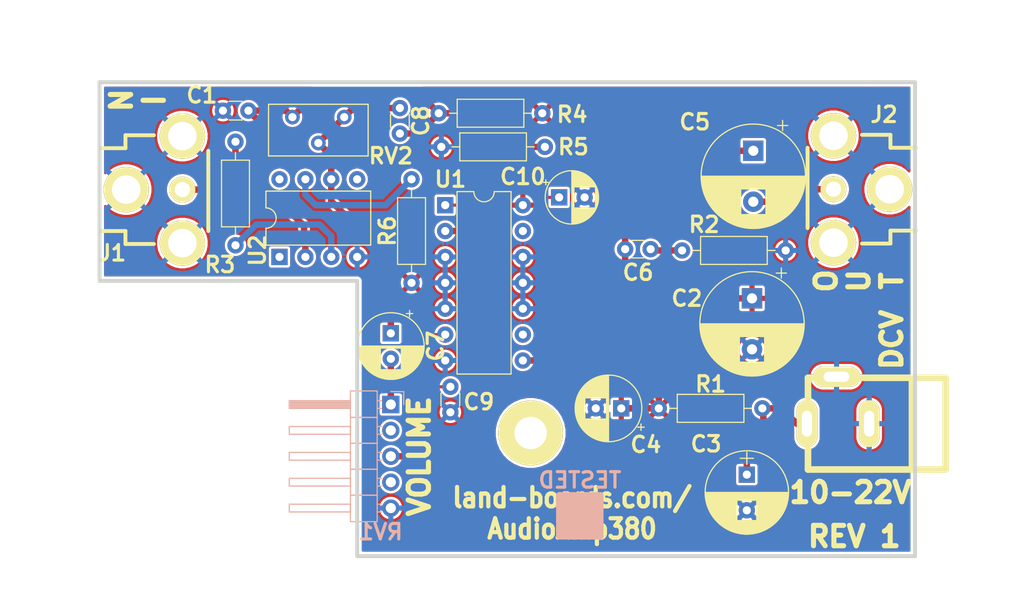
<source format=kicad_pcb>
(kicad_pcb (version 20171130) (host pcbnew "(5.1.10)-1")
  (title_block (title AudioAmp380) (date 2021-08-17) (rev 1) (company "Land Boards LLC"))
  (layers (0 Front signal) (31 Back signal) (36 B.SilkS user) (37 F.SilkS user) (38 B.Mask user) (39 F.Mask user) (44 Edge.Cuts user))
  (net 0 "")
  (net 1 /+12V)
  (net 2 /COMP)
  (net 3 /IN)
  (net 4 /OUT)
  (net 5 GND)
  (net 6 /RESHI)
  (net 7 /AO)
  (net 8 /RESWI)
  (net 9 /12VF)
  (net 10 "Net-(C1-Pad1)")
  (net 11 "Net-(C7-Pad1)")
  (net 12 "Net-(R3-Pad2)")
  (net 13 "Net-(R6-Pad2)")
  (net 14 "Net-(C9-Pad2)")
  (net 15 "Net-(C10-Pad1)")
  (module LandBoards_Conns:DCJ-NEW-Slotted (layer Front) (at 107.905 79.6134 180)
    (fp_text reference J3 hide)
    (fp_text value DCJ0202 hide)
    (pad 3 thru_hole oval (at 3.2 4.6 180) (size 4.6 2) (drill oval 2.54 1) (layers *.Cu *.Mask F.SilkS) (net 5 GND))
    (pad 1 thru_hole oval (at 6.1 0 180) (size 2 4.6) (drill oval 1 2.54) (layers *.Cu *.Mask F.SilkS) (net 1 /+12V))
    (pad 2 thru_hole oval (at 0 0 180) (size 2 4.6) (drill oval 1 2.54) (layers *.Cu *.Mask F.SilkS) (net 5 GND))
  )
  (module Package_DIP:DIP-8_W7.62mm (layer Front) (at 50.058 63.2584 90)
    (fp_text reference U2 (at 0.635 -2.159 90) (layer F.SilkS) (effects (font (size 1.524 1.524) (thickness 0.3048))))
    (fp_text value NE5534)
    (pad 1 thru_hole rect (at 0 0 90) (size 1.6 1.6) (drill 0.8) (layers *.Cu *.Mask))
    (pad 5 thru_hole oval (at 7.62 7.62 90) (size 1.6 1.6) (drill 0.8) (layers *.Cu *.Mask))
    (pad 2 thru_hole oval (at 0 2.54 90) (size 1.6 1.6) (drill 0.8) (layers *.Cu *.Mask) (net 10 "Net-(C1-Pad1)"))
    (pad 6 thru_hole oval (at 7.62 5.08 90) (size 1.6 1.6) (drill 0.8) (layers *.Cu *.Mask) (net 11 "Net-(C7-Pad1)"))
    (pad 3 thru_hole oval (at 0 5.08 90) (size 1.6 1.6) (drill 0.8) (layers *.Cu *.Mask) (net 12 "Net-(R3-Pad2)"))
    (pad 7 thru_hole oval (at 7.62 2.54 90) (size 1.6 1.6) (drill 0.8) (layers *.Cu *.Mask) (net 13 "Net-(R6-Pad2)"))
    (pad 4 thru_hole oval (at 0 7.62 90) (size 1.6 1.6) (drill 0.8) (layers *.Cu *.Mask) (net 5 GND))
    (pad 8 thru_hole oval (at 7.62 0 90) (size 1.6 1.6) (drill 0.8) (layers *.Cu *.Mask))
  )
  (module Resistor_THT:R_Axial_DIN0207_L6.3mm_D2.5mm_P10.16mm_Horizontal (layer Front) (at 63.012 65.7984 90)
    (fp_text reference R6 (at 5.08 -2.37 90) (layer F.SilkS) (effects (font (size 1.524 1.524) (thickness 0.3048))))
    (fp_text value 10)
    (pad 2 thru_hole oval (at 10.16 0 90) (size 1.6 1.6) (drill 0.8) (layers *.Cu *.Mask) (net 13 "Net-(R6-Pad2)"))
    (pad 1 thru_hole circle (at 0 0 90) (size 1.6 1.6) (drill 0.8) (layers *.Cu *.Mask) (net 9 /12VF))
  )
  (module Resistor_THT:R_Axial_DIN0207_L6.3mm_D2.5mm_P10.16mm_Horizontal (layer Front) (at 76.093 52.4634 180)
    (fp_text reference R5 (at -2.794 0) (layer F.SilkS) (effects (font (size 1.524 1.524) (thickness 0.3048))))
    (fp_text value 10K)
    (pad 2 thru_hole oval (at 10.16 0 180) (size 1.6 1.6) (drill 0.8) (layers *.Cu *.Mask) (net 5 GND))
    (pad 1 thru_hole circle (at 0 0 180) (size 1.6 1.6) (drill 0.8) (layers *.Cu *.Mask) (net 10 "Net-(C1-Pad1)"))
  )
  (module Resistor_THT:R_Axial_DIN0207_L6.3mm_D2.5mm_P10.16mm_Horizontal (layer Front) (at 45.74 51.9554 270)
    (fp_text reference R3 (at 12.065 1.524 180) (layer F.SilkS) (effects (font (size 1.524 1.524) (thickness 0.3048))))
    (fp_text value 51)
    (pad 1 thru_hole circle (at 0 0 270) (size 1.6 1.6) (drill 0.8) (layers *.Cu *.Mask) (net 3 /IN))
    (pad 2 thru_hole oval (at 10.16 0 270) (size 1.6 1.6) (drill 0.8) (layers *.Cu *.Mask) (net 12 "Net-(R3-Pad2)"))
  )
  (module Capacitors_ThroughHole:CP_Radial_D8.0mm_P3.50mm (layer Front) (at 95.905 84.6134 270)
    (fp_text reference C3 (at -3 4) (layer F.SilkS) (effects (font (size 1.524 1.524) (thickness 0.3048))))
    (fp_text value 100uF hide)
    (pad 1 thru_hole rect (at 0 0 270) (size 1.6 1.6) (drill 0.8) (layers *.Cu *.Mask) (net 1 /+12V))
    (pad 2 thru_hole circle (at 3.5 0 270) (size 1.6 1.6) (drill 0.8) (layers *.Cu *.Mask) (net 5 GND))
  )
  (module LandBoards_MountHoles:MTG-4-40 (layer Front) (at 74.696 80.5304)
    (fp_text reference MTG4 hide)
    (fp_text value MTG_HOLE hide)
    (pad 1 thru_hole circle (at 0 0) (size 6.35 6.35) (drill 3.175) (layers *.Cu *.Mask F.SilkS))
  )
  (module LandBoards_Conns:RCA (layer Front) (at 40.533 56.6544 90)
    (fp_text reference J1 (at -6.223 -6.858 180) (layer F.SilkS) (effects (font (size 1.524 1.524) (thickness 0.3048))))
    (fp_text value RCA-JACK hide)
    (pad 1 thru_hole circle (at 0 -5.5118 90) (size 4.445 4.445) (drill 2.794) (layers *.Cu *.Mask F.SilkS) (net 5 GND))
    (pad 2 thru_hole circle (at -5.2451 0 90) (size 4.445 4.445) (drill 2.794) (layers *.Cu *.Mask F.SilkS) (net 5 GND))
    (pad 3 thru_hole circle (at 5.2451 0 90) (size 4.445 4.445) (drill 2.794) (layers *.Cu *.Mask F.SilkS) (net 5 GND))
    (pad 4 thru_hole circle (at 0 0 90) (size 2.54 2.54) (drill 1.4986) (layers *.Cu *.Mask F.SilkS) (net 3 /IN))
  )
  (module LandBoards_Conns:RCA (layer Front) (at 104.405 56.6134 270)
    (fp_text reference J2 (at -7.325 -4.962) (layer F.SilkS) (effects (font (size 1.524 1.524) (thickness 0.3048))))
    (fp_text value RCA-JACK hide)
    (pad 1 thru_hole circle (at 0 -5.5118 270) (size 4.445 4.445) (drill 2.794) (layers *.Cu *.Mask F.SilkS) (net 5 GND))
    (pad 2 thru_hole circle (at -5.2451 0 270) (size 4.445 4.445) (drill 2.794) (layers *.Cu *.Mask F.SilkS) (net 5 GND))
    (pad 3 thru_hole circle (at 5.2451 0 270) (size 4.445 4.445) (drill 2.794) (layers *.Cu *.Mask F.SilkS) (net 5 GND))
    (pad 4 thru_hole circle (at 0 0 270) (size 2.54 2.54) (drill 1.4986) (layers *.Cu *.Mask F.SilkS) (net 4 /OUT))
  )
  (module Pin_Headers:Pin_Header_Angled_1x05_Pitch2.54mm (layer Back) (at 60.98 77.7364 180)
    (fp_text reference RV1 (at 1 -12.5) (layer B.SilkS) (effects (font (size 1.524 1.524) (thickness 0.3048)) (justify mirror)))
    (fp_text value CONN_01X05 hide)
    (pad 1 thru_hole rect (at 0 0 180) (size 1.7 1.7) (drill 1) (layers *.Cu *.Mask) (net 6 /RESHI))
    (pad 2 thru_hole oval (at 0 -2.54 180) (size 1.7 1.7) (drill 1) (layers *.Cu *.Mask))
    (pad 3 thru_hole oval (at 0 -5.08 180) (size 1.7 1.7) (drill 1) (layers *.Cu *.Mask) (net 8 /RESWI))
    (pad 4 thru_hole oval (at 0 -7.62 180) (size 1.7 1.7) (drill 1) (layers *.Cu *.Mask))
    (pad 5 thru_hole oval (at 0 -10.16 180) (size 1.7 1.7) (drill 1) (layers *.Cu *.Mask) (net 5 GND))
  )
  (module Capacitors_THT:C_Disc_D3.0mm_W1.6mm_P2.50mm (layer Front) (at 83.967 62.4964)
    (fp_text reference C6 (at 1.27 2.286) (layer F.SilkS) (effects (font (size 1.524 1.524) (thickness 0.3048))))
    (fp_text value 100uF hide)
    (pad 1 thru_hole circle (at 0 0) (size 1.6 1.6) (drill 0.8) (layers *.Cu *.Mask) (net 7 /AO))
    (pad 2 thru_hole circle (at 2.5 0) (size 1.6 1.6) (drill 0.8) (layers *.Cu *.Mask) (net 2 /COMP))
  )
  (module LandBoards_Marking:TEST_BLK-REAR (layer Front) (at 79.522 88.6584)
    (fp_text reference TESTED (at 0 -3.5) (layer B.SilkS) (effects (font (size 1.524 1.524) (thickness 0.3048)) (justify mirror)))
    (fp_text value COUPON hide)
  )
  (module Package_DIP:DIP-14_W7.62mm (layer Front) (at 66.314 58.1784)
    (fp_text reference U1 (at 0.508 -2.54) (layer F.SilkS) (effects (font (size 1.524 1.524) (thickness 0.3048))))
    (fp_text value LM380N)
    (pad 1 thru_hole rect (at 0 0) (size 1.6 1.6) (drill 0.8) (layers *.Cu *.Mask) (net 15 "Net-(C10-Pad1)"))
    (pad 8 thru_hole oval (at 7.62 15.24) (size 1.6 1.6) (drill 0.8) (layers *.Cu *.Mask) (net 7 /AO))
    (pad 2 thru_hole oval (at 0 2.54) (size 1.6 1.6) (drill 0.8) (layers *.Cu *.Mask) (net 8 /RESWI))
    (pad 9 thru_hole oval (at 7.62 12.7) (size 1.6 1.6) (drill 0.8) (layers *.Cu *.Mask))
    (pad 3 thru_hole oval (at 0 5.08) (size 1.6 1.6) (drill 0.8) (layers *.Cu *.Mask) (net 5 GND))
    (pad 10 thru_hole oval (at 7.62 10.16) (size 1.6 1.6) (drill 0.8) (layers *.Cu *.Mask) (net 5 GND))
    (pad 4 thru_hole oval (at 0 7.62) (size 1.6 1.6) (drill 0.8) (layers *.Cu *.Mask) (net 5 GND))
    (pad 11 thru_hole oval (at 7.62 7.62) (size 1.6 1.6) (drill 0.8) (layers *.Cu *.Mask) (net 5 GND))
    (pad 5 thru_hole oval (at 0 10.16) (size 1.6 1.6) (drill 0.8) (layers *.Cu *.Mask) (net 5 GND))
    (pad 12 thru_hole oval (at 7.62 5.08) (size 1.6 1.6) (drill 0.8) (layers *.Cu *.Mask) (net 5 GND))
    (pad 6 thru_hole oval (at 0 12.7) (size 1.6 1.6) (drill 0.8) (layers *.Cu *.Mask) (net 14 "Net-(C9-Pad2)"))
    (pad 13 thru_hole oval (at 7.62 2.54) (size 1.6 1.6) (drill 0.8) (layers *.Cu *.Mask))
    (pad 7 thru_hole oval (at 0 15.24) (size 1.6 1.6) (drill 0.8) (layers *.Cu *.Mask) (net 5 GND))
    (pad 14 thru_hole oval (at 7.62 0) (size 1.6 1.6) (drill 0.8) (layers *.Cu *.Mask) (net 9 /12VF))
  )
  (module Capacitor_THT:C_Disc_D3.0mm_W1.6mm_P2.50mm (layer Front) (at 47.01 48.9074 180)
    (fp_text reference C1 (at 4.572 1.524) (layer F.SilkS) (effects (font (size 1.524 1.524) (thickness 0.3048))))
    (fp_text value "0.1 uF")
    (pad 1 thru_hole circle (at 0 0 180) (size 1.6 1.6) (drill 0.8) (layers *.Cu *.Mask) (net 10 "Net-(C1-Pad1)"))
    (pad 2 thru_hole circle (at 2.5 0 180) (size 1.6 1.6) (drill 0.8) (layers *.Cu *.Mask) (net 5 GND))
  )
  (module Capacitor_THT:C_Disc_D3.0mm_W1.6mm_P2.50mm (layer Front) (at 61.869 48.6534 270)
    (fp_text reference C8 (at 1.25 -2.05 90) (layer F.SilkS) (effects (font (size 1.524 1.524) (thickness 0.3048))))
    (fp_text value "0.1 uF")
    (pad 2 thru_hole circle (at 2.5 0 270) (size 1.6 1.6) (drill 0.8) (layers *.Cu *.Mask) (net 10 "Net-(C1-Pad1)"))
    (pad 1 thru_hole circle (at 0 0 270) (size 1.6 1.6) (drill 0.8) (layers *.Cu *.Mask) (net 11 "Net-(C7-Pad1)"))
  )
  (module Potentiometer_THT:Potentiometer_Bourns_3296Y_Vertical (layer Front) (at 56.408 49.5424)
    (fp_text reference RV2 (at 4.572 3.81) (layer F.SilkS) (effects (font (size 1.524 1.524) (thickness 0.3048))))
    (fp_text value 500)
    (pad 1 thru_hole circle (at 0 0) (size 1.44 1.44) (drill 0.8) (layers *.Cu *.Mask) (net 11 "Net-(C7-Pad1)"))
    (pad 2 thru_hole circle (at -2.54 2.54) (size 1.44 1.44) (drill 0.8) (layers *.Cu *.Mask) (net 11 "Net-(C7-Pad1)"))
    (pad 3 thru_hole circle (at -5.08 0) (size 1.44 1.44) (drill 0.8) (layers *.Cu *.Mask) (net 10 "Net-(C1-Pad1)"))
  )
  (module Resistor_THT:R_Axial_DIN0207_L6.3mm_D2.5mm_P10.16mm_Horizontal (layer Front) (at 75.839 49.1614 180)
    (fp_text reference R4 (at -2.921 -0.127) (layer F.SilkS) (effects (font (size 1.524 1.524) (thickness 0.3048))))
    (fp_text value 10K)
    (pad 1 thru_hole circle (at 0 0 180) (size 1.6 1.6) (drill 0.8) (layers *.Cu *.Mask) (net 9 /12VF))
    (pad 2 thru_hole oval (at 10.16 0 180) (size 1.6 1.6) (drill 0.8) (layers *.Cu *.Mask) (net 10 "Net-(C1-Pad1)"))
  )
  (module Resistor_THT:R_Axial_DIN0207_L6.3mm_D2.5mm_P10.16mm_Horizontal (layer Front) (at 87.269 78.1134)
    (fp_text reference R1 (at 5.08 -2.37) (layer F.SilkS) (effects (font (size 1.524 1.524) (thickness 0.3048))))
    (fp_text value 10)
    (pad 2 thru_hole oval (at 10.16 0) (size 1.6 1.6) (drill 0.8) (layers *.Cu *.Mask) (net 1 /+12V))
    (pad 1 thru_hole circle (at 0 0) (size 1.6 1.6) (drill 0.8) (layers *.Cu *.Mask) (net 9 /12VF))
  )
  (module Resistor_THT:R_Axial_DIN0207_L6.3mm_D2.5mm_P10.16mm_Horizontal (layer Front) (at 89.555 62.6234)
    (fp_text reference R2 (at 2.159 -2.54) (layer F.SilkS) (effects (font (size 1.524 1.524) (thickness 0.3048))))
    (fp_text value 2.7)
    (pad 1 thru_hole circle (at 0 0) (size 1.6 1.6) (drill 0.8) (layers *.Cu *.Mask) (net 2 /COMP))
    (pad 2 thru_hole oval (at 10.16 0) (size 1.6 1.6) (drill 0.8) (layers *.Cu *.Mask) (net 5 GND))
  )
  (module Capacitor_THT:CP_Radial_D6.3mm_P2.50mm (layer Front) (at 83.586 78.1174 180)
    (fp_text reference C4 (at -2.413 -3.556) (layer F.SilkS) (effects (font (size 1.524 1.524) (thickness 0.3048))))
    (fp_text value "1 uF")
    (pad 1 thru_hole rect (at 0 0 180) (size 1.6 1.6) (drill 0.8) (layers *.Cu *.Mask) (net 9 /12VF))
    (pad 2 thru_hole circle (at 2.5 0 180) (size 1.6 1.6) (drill 0.8) (layers *.Cu *.Mask) (net 5 GND))
  )
  (module Capacitor_THT:CP_Radial_D6.3mm_P2.50mm (layer Front) (at 60.98 70.7514 270)
    (fp_text reference C7 (at 1.25 -4.4 90) (layer F.SilkS) (effects (font (size 1.524 1.524) (thickness 0.3048))))
    (fp_text value "10 uF")
    (pad 2 thru_hole circle (at 2.5 0 270) (size 1.6 1.6) (drill 0.8) (layers *.Cu *.Mask) (net 6 /RESHI))
    (pad 1 thru_hole rect (at 0 0 270) (size 1.6 1.6) (drill 0.8) (layers *.Cu *.Mask) (net 11 "Net-(C7-Pad1)"))
  )
  (module Capacitor_THT:C_Disc_D3.0mm_W1.6mm_P2.50mm (layer Front) (at 66.822 78.4984 90)
    (fp_text reference C9 (at 1.016 2.794 180) (layer F.SilkS) (effects (font (size 1.524 1.524) (thickness 0.3048))))
    (fp_text value "0.1 uF")
    (pad 1 thru_hole circle (at 0 0 90) (size 1.6 1.6) (drill 0.8) (layers *.Cu *.Mask) (net 5 GND))
    (pad 2 thru_hole circle (at 2.5 0 90) (size 1.6 1.6) (drill 0.8) (layers *.Cu *.Mask) (net 14 "Net-(C9-Pad2)"))
  )
  (module Capacitor_THT:CP_Radial_D5.0mm_P2.50mm (layer Front) (at 77.49 57.4164)
    (fp_text reference C10 (at -3.556 -2.032) (layer F.SilkS) (effects (font (size 1.524 1.524) (thickness 0.3048))))
    (fp_text value 4.7uF)
    (pad 1 thru_hole rect (at 0 0) (size 1.6 1.6) (drill 0.8) (layers *.Cu *.Mask) (net 15 "Net-(C10-Pad1)"))
    (pad 2 thru_hole circle (at 2.5 0) (size 1.6 1.6) (drill 0.8) (layers *.Cu *.Mask) (net 5 GND))
  )
  (module Capacitor_THT:CP_Radial_D10.0mm_P5.00mm (layer Front) (at 96.413 67.3224 270)
    (fp_text reference C2 (at 0 6.393) (layer F.SilkS) (effects (font (size 1.524 1.524) (thickness 0.3048))))
    (fp_text value 470uF hide)
    (pad 2 thru_hole circle (at 5 0 270) (size 2 2) (drill 1) (layers *.Cu *.Mask) (net 5 GND))
    (pad 1 thru_hole rect (at 0 0 270) (size 2 2) (drill 1) (layers *.Cu *.Mask) (net 9 /12VF))
  )
  (module Capacitor_THT:CP_Radial_D10.0mm_P5.00mm (layer Front) (at 96.54 52.8444 270)
    (fp_text reference C5 (at -2.825 5.739) (layer F.SilkS) (effects (font (size 1.524 1.524) (thickness 0.3048))))
    (fp_text value 470uF hide)
    (pad 1 thru_hole rect (at 0 0 270) (size 2 2) (drill 1) (layers *.Cu *.Mask) (net 7 /AO))
    (pad 2 thru_hole circle (at 5 0 270) (size 2 2) (drill 1) (layers *.Cu *.Mask) (net 4 /OUT))
  )
  (gr_text DCV (at 110.129 71.3864 90) (layer F.SilkS) (effects (font (size 2 2) (thickness 0.5))))
  (gr_line (start 32.405 46.1134) (end 108.405 46.1134) (angle 90) (layer Edge.Cuts) (width 0.381))
  (gr_line (start 32.405 65.6134) (end 32.405 46.1134) (angle 90) (layer Edge.Cuts) (width 0.381))
  (gr_line (start 112.405 46.1134) (end 108.405 46.1134) (angle 90) (layer Edge.Cuts) (width 0.381))
  (gr_line (start 112.405 92.6134) (end 112.405 46.1134) (angle 90) (layer Edge.Cuts) (width 0.381))
  (gr_line (start 57.678 92.6134) (end 112.405 92.6134) (angle 90) (layer Edge.Cuts) (width 0.381))
  (gr_line (start 57.678 65.6134) (end 57.678 92.6134) (angle 90) (layer Edge.Cuts) (width 0.381))
  (gr_line (start 32.405 65.6134) (end 57.678 65.6134) (angle 90) (layer Edge.Cuts) (width 0.381))
  (gr_text "REV 1" (at 106.446 90.6904) (layer F.SilkS) (effects (font (size 2 2) (thickness 0.5))))
  (gr_text VOLUME (at 63.774 82.8164 90) (layer F.SilkS) (effects (font (size 2 2) (thickness 0.5))))
  (gr_text 10-22V (at 106.065 86.3724) (layer F.SilkS) (effects (font (size 2 2) (thickness 0.5))))
  (gr_text "land-boards.com/\nAudioAmp380" (at 78.76 88.4044) (layer F.SilkS) (effects (font (size 1.905 1.651) (thickness 0.41275))))
  (gr_text "O\nU\nT" (at 106.905 65.6134 90) (layer F.SilkS) (effects (font (size 2 2) (thickness 0.5))))
  (gr_text "I\nN" (at 35.961 47.8914 270) (layer F.SilkS) (effects (font (size 2 2) (thickness 0.5))))
  (segment (start 97.525 78.1134) (end 97.525 80.2934) (width 0.635) (layer Front) (net 1))
  (segment (start 95.905 81.9134) (end 95.905 84.6134) (width 0.635) (layer Front) (net 1))
  (segment (start 97.525 80.2934) (end 95.905 81.9134) (width 0.635) (layer Front) (net 1))
  (segment (start 101.805 79.6134) (end 100.805 79.6134) (width 0.635) (layer Front) (net 1))
  (segment (start 100.805 79.6134) (end 99.305 78.1134) (width 0.635) (layer Front) (net 1))
  (segment (start 99.305 78.1134) (end 97.525 78.1134) (width 0.635) (layer Front) (net 1))
  (segment (start 86.594 62.6234) (end 86.467 62.4964) (width 0.635) (layer Front) (net 2))
  (segment (start 89.555 62.6234) (end 86.594 62.6234) (width 0.635) (layer Front) (net 2))
  (segment (start 40.533 56.6544) (end 43.581 56.6544) (width 0.635) (layer Front) (net 3))
  (segment (start 45.74 54.4954) (end 45.74 51.9554) (width 0.635) (layer Front) (net 3))
  (segment (start 43.581 56.6544) (end 45.74 54.4954) (width 0.635) (layer Front) (net 3))
  (segment (start 96.54 57.8444) (end 99.033 57.8444) (width 0.635) (layer Front) (net 4))
  (segment (start 100.264 56.6134) (end 104.405 56.6134) (width 0.635) (layer Front) (net 4))
  (segment (start 99.033 57.8444) (end 100.264 56.6134) (width 0.635) (layer Front) (net 4))
  (segment (start 60.98 77.7364) (end 60.98 73.2514) (width 0.635) (layer Front) (net 6))
  (segment (start 83.967 58.5594) (end 83.967 62.4964) (width 0.635) (layer Front) (net 7))
  (segment (start 96.54 52.8444) (end 89.682 52.8444) (width 0.635) (layer Front) (net 7))
  (segment (start 89.682 52.8444) (end 83.967 58.5594) (width 0.635) (layer Front) (net 7))
  (segment (start 73.934 73.4184) (end 81.046 73.4184) (width 0.635) (layer Front) (net 7))
  (segment (start 83.967 70.4974) (end 81.046 73.4184) (width 0.635) (layer Front) (net 7))
  (segment (start 83.967 62.4964) (end 83.967 70.4974) (width 0.635) (layer Front) (net 7))
  (segment (start 67.711 60.7184) (end 66.314 60.7184) (width 0.635) (layer Front) (net 8))
  (segment (start 69.235 62.2424) (end 67.711 60.7184) (width 0.635) (layer Front) (net 8))
  (segment (start 60.98 82.8164) (end 65.552 82.8164) (width 0.635) (layer Front) (net 8))
  (segment (start 69.235 79.1334) (end 69.235 62.2424) (width 0.635) (layer Front) (net 8))
  (segment (start 65.552 82.8164) (end 69.235 79.1334) (width 0.635) (layer Front) (net 8))
  (segment (start 87.265 78.1174) (end 87.269 78.1134) (width 0.635) (layer Front) (net 9))
  (segment (start 84.094 78.1174) (end 87.265 78.1174) (width 0.635) (layer Front) (net 9))
  (segment (start 87.269 72.0214) (end 87.269 78.1134) (width 0.635) (layer Front) (net 9))
  (segment (start 96.413 67.3224) (end 91.968 67.3224) (width 0.635) (layer Front) (net 9))
  (segment (start 91.968 67.3224) (end 87.269 72.0214) (width 0.635) (layer Front) (net 9))
  (segment (start 83.59 78.1134) (end 83.586 78.1174) (width 0.635) (layer Front) (net 9))
  (segment (start 87.269 78.1134) (end 83.59 78.1134) (width 0.635) (layer Front) (net 9))
  (segment (start 63.687 51.1534) (end 65.679 49.1614) (width 0.635) (layer Front) (net 10))
  (segment (start 61.869 51.1534) (end 63.687 51.1534) (width 0.635) (layer Front) (net 10))
  (segment (start 76.093 52.4634) (end 73.299 52.4634) (width 0.635) (layer Front) (net 10))
  (segment (start 69.997 49.1614) (end 65.679 49.1614) (width 0.635) (layer Front) (net 10))
  (segment (start 73.299 52.4634) (end 69.997 49.1614) (width 0.635) (layer Front) (net 10))
  (segment (start 50.693 48.9074) (end 51.328 49.5424) (width 0.635) (layer Front) (net 10))
  (segment (start 47.01 48.9074) (end 50.693 48.9074) (width 0.635) (layer Front) (net 10))
  (segment (start 52.598 62.12703) (end 52.471 62.00003) (width 0.635) (layer Front) (net 10))
  (segment (start 52.598 63.2584) (end 52.598 62.12703) (width 0.635) (layer Front) (net 10))
  (segment (start 52.471 62.00003) (end 52.471 60.2104) (width 0.635) (layer Front) (net 10))
  (segment (start 52.471 60.2104) (end 50.693 58.4324) (width 0.635) (layer Front) (net 10))
  (segment (start 50.693 58.4324) (end 48.915 58.4324) (width 0.635) (layer Front) (net 10))
  (segment (start 48.915 58.4324) (end 48.153 57.6704) (width 0.635) (layer Front) (net 10))
  (segment (start 48.153 50.0504) (end 47.01 48.9074) (width 0.635) (layer Front) (net 10))
  (segment (start 48.153 57.6704) (end 48.153 50.0504) (width 0.635) (layer Front) (net 10))
  (segment (start 63.774 47.2564) (end 65.679 49.1614) (width 0.635) (layer Front) (net 10))
  (segment (start 51.328 49.5424) (end 53.614 47.2564) (width 0.635) (layer Front) (net 10))
  (segment (start 53.614 47.2564) (end 63.774 47.2564) (width 0.635) (layer Front) (net 10))
  (segment (start 56.408 49.5424) (end 53.868 52.0824) (width 0.635) (layer Front) (net 11))
  (segment (start 57.297 48.6534) (end 56.408 49.5424) (width 0.635) (layer Front) (net 11))
  (segment (start 61.869 48.6534) (end 57.297 48.6534) (width 0.635) (layer Front) (net 11))
  (segment (start 55.138 53.3524) (end 53.868 52.0824) (width 0.635) (layer Front) (net 11))
  (segment (start 55.138 55.6384) (end 55.138 53.3524) (width 0.635) (layer Front) (net 11))
  (segment (start 57.043 59.7024) (end 58.313 59.7024) (width 0.635) (layer Front) (net 11))
  (segment (start 60.98 62.3694) (end 60.98 70.7514) (width 0.635) (layer Front) (net 11))
  (segment (start 55.138 55.6384) (end 55.138 57.7974) (width 0.635) (layer Front) (net 11))
  (segment (start 58.313 59.7024) (end 60.98 62.3694) (width 0.635) (layer Front) (net 11))
  (segment (start 55.138 57.7974) (end 57.043 59.7024) (width 0.635) (layer Front) (net 11))
  (segment (start 55.138 63.2584) (end 55.138 61.2264) (width 0.635) (layer Back) (net 12))
  (segment (start 55.138 61.2264) (end 53.995 60.0834) (width 0.635) (layer Back) (net 12))
  (segment (start 47.772 60.0834) (end 45.74 62.1154) (width 0.635) (layer Back) (net 12))
  (segment (start 53.995 60.0834) (end 47.772 60.0834) (width 0.635) (layer Back) (net 12))
  (segment (start 52.598 57.1624) (end 52.598 55.6384) (width 0.635) (layer Back) (net 13))
  (segment (start 53.614 58.1784) (end 52.598 57.1624) (width 0.635) (layer Back) (net 13))
  (segment (start 60.472 58.1784) (end 53.614 58.1784) (width 0.635) (layer Back) (net 13))
  (segment (start 63.012 55.6384) (end 60.472 58.1784) (width 0.635) (layer Back) (net 13))
  (segment (start 66.314 70.8784) (end 64.282 70.8784) (width 0.3048) (layer Front) (net 14))
  (segment (start 64.282 70.8784) (end 63.774 71.3864) (width 0.3048) (layer Front) (net 14))
  (segment (start 63.774 71.3864) (end 63.774 75.1964) (width 0.3048) (layer Front) (net 14))
  (segment (start 64.576 75.9984) (end 63.774 75.1964) (width 0.3048) (layer Front) (net 14))
  (segment (start 66.822 75.9984) (end 64.576 75.9984) (width 0.3048) (layer Front) (net 14))
  (segment (start 76.3852 57.4164) (end 74.3532 55.3844) (width 0.3048) (layer Front) (net 15))
  (segment (start 77.49 57.4164) (end 76.3852 57.4164) (width 0.3048) (layer Front) (net 15))
  (segment (start 67.838 58.1784) (end 70.632 55.3844) (width 0.3048) (layer Front) (net 15))
  (segment (start 66.314 58.1784) (end 67.838 58.1784) (width 0.3048) (layer Front) (net 15))
  (segment (start 74.3532 55.3844) (end 70.632 55.3844) (width 0.3048) (layer Front) (net 15))
  (zone (net 5) (net_name GND) (layer Back) (connect_pads (clearance 0.254)) (min_thickness 0.2032) (fill yes (arc_segments 16) (thermal_gap 0.508) (thermal_bridge_width 0.508))
    (polygon (pts (xy 112.405 46.1134) (xy 112.405 50.1134) (xy 112.405 92.6134) (xy 108.905 92.6134) (xy 57.932 92.2524) (xy 57.932 65.2524) (xy 32.405 65.6134) (xy 32.405 46.1134)))
  )
  (zone (net 9) (net_name /12VF) (layer Front) (connect_pads (clearance 0.254)) (min_thickness 0.254) (fill yes (arc_segments 32) (thermal_gap 0.508) (thermal_bridge_width 0.508))
    (polygon (pts (xy 112.542 92.9764) (xy 58.186 92.7224) (xy 58.186 65.5444) (xy 32.532 65.5444) (xy 32.532 46.2404) (xy 112.542 46.2404)))
  )
)
</source>
